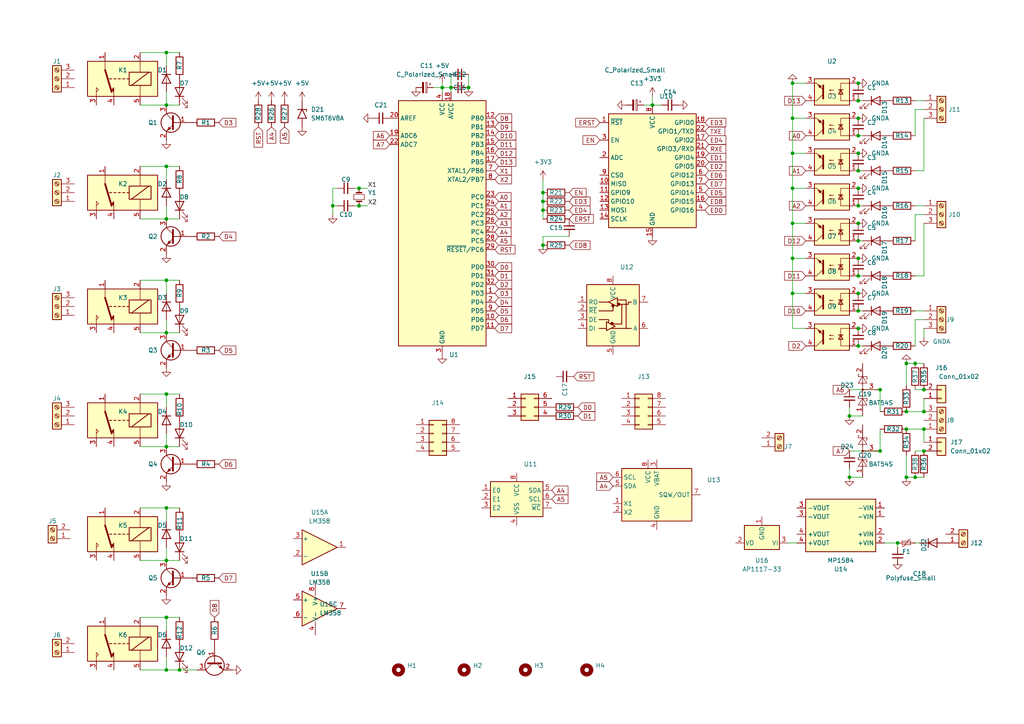
<source format=kicad_sch>
(kicad_sch (version 20211123) (generator eeschema)
  (paper "A4")
  (junction (at 267.97 124.46))
  (junction (at 262.89 124.46))
  (junction (at 267.97 119.38))
  (junction (at 48.26 48.26))
  (junction (at 255.27 113.03))
  (junction (at 52.07 194.31))
  (junction (at 96.52 59.69))
  (junction (at 157.48 71.12))
  (junction (at 48.26 96.52))
  (junction (at 246.38 138.43))
  (junction (at 267.97 130.81))
  (junction (at 135.89 25.4))
  (junction (at 104.14 54.61))
  (junction (at 262.89 138.43))
  (junction (at 229.87 44.45))
  (junction (at 267.97 113.03))
  (junction (at 248.92 100.33))
  (junction (at 48.26 81.28))
  (junction (at 248.92 59.69))
  (junction (at 248.92 80.01))
  (junction (at 262.89 119.38))
  (junction (at 248.92 90.17))
  (junction (at 248.92 95.25))
  (junction (at 48.26 179.07))
  (junction (at 157.48 55.88))
  (junction (at 248.92 64.77))
  (junction (at 248.92 24.13))
  (junction (at 229.87 85.09))
  (junction (at 248.92 74.93))
  (junction (at 262.89 105.41))
  (junction (at 48.26 114.3))
  (junction (at 248.92 54.61))
  (junction (at 248.92 34.29))
  (junction (at 229.87 54.61))
  (junction (at 248.92 85.09))
  (junction (at 189.23 30.48))
  (junction (at 265.43 105.41))
  (junction (at 229.87 64.77))
  (junction (at 48.26 15.24))
  (junction (at 255.27 130.81))
  (junction (at 128.27 25.4))
  (junction (at 104.14 59.69))
  (junction (at 248.92 69.85))
  (junction (at 229.87 24.13))
  (junction (at 260.35 157.48))
  (junction (at 265.43 138.43))
  (junction (at 48.26 63.5))
  (junction (at 130.81 25.4))
  (junction (at 48.26 147.32))
  (junction (at 246.38 120.65))
  (junction (at 48.26 194.31))
  (junction (at 248.92 49.53))
  (junction (at 48.26 129.54))
  (junction (at 48.26 30.48))
  (junction (at 48.26 162.56))
  (junction (at 248.92 39.37))
  (junction (at 248.92 44.45))
  (junction (at 248.92 29.21))
  (junction (at 157.48 60.96))
  (junction (at 229.87 74.93))
  (junction (at 157.48 58.42))
  (junction (at 229.87 34.29))
  (wire (pts (xy 229.87 34.29) (xy 233.68 34.29)))
  (wire (pts (xy 229.87 54.61) (xy 229.87 44.45)))
  (wire (pts (xy 48.26 81.28) (xy 48.26 85.09)))
  (wire (pts (xy 96.52 54.61) (xy 97.79 54.61)))
  (wire (pts (xy 267.97 31.75) (xy 265.43 31.75)))
  (wire (pts (xy 260.35 157.48) (xy 260.35 158.75)))
  (wire (pts (xy 48.26 162.56) (xy 52.07 162.56)))
  (wire (pts (xy 267.97 34.29) (xy 267.97 49.53)))
  (wire (pts (xy 48.26 125.73) (xy 48.26 129.54)))
  (wire (pts (xy 165.1 68.58) (xy 157.48 68.58)))
  (wire (pts (xy 125.73 25.4) (xy 128.27 25.4)))
  (wire (pts (xy 267.97 115.57) (xy 267.97 119.38)))
  (wire (pts (xy 262.89 119.38) (xy 267.97 119.38)))
  (wire (pts (xy 265.43 80.01) (xy 267.97 80.01)))
  (wire (pts (xy 48.26 15.24) (xy 48.26 19.05)))
  (wire (pts (xy 248.92 69.85) (xy 250.19 69.85)))
  (wire (pts (xy 40.64 179.07) (xy 48.26 179.07)))
  (wire (pts (xy 186.69 30.48) (xy 189.23 30.48)))
  (wire (pts (xy 265.43 113.03) (xy 267.97 113.03)))
  (wire (pts (xy 40.64 147.32) (xy 48.26 147.32)))
  (wire (pts (xy 130.81 26.67) (xy 130.81 25.4)))
  (wire (pts (xy 48.26 147.32) (xy 52.07 147.32)))
  (wire (pts (xy 248.92 80.01) (xy 250.19 80.01)))
  (wire (pts (xy 48.26 179.07) (xy 52.07 179.07)))
  (wire (pts (xy 48.26 15.24) (xy 52.07 15.24)))
  (wire (pts (xy 189.23 27.94) (xy 189.23 30.48)))
  (wire (pts (xy 267.97 92.71) (xy 265.43 92.71)))
  (wire (pts (xy 40.64 194.31) (xy 48.26 194.31)))
  (wire (pts (xy 228.6 157.48) (xy 231.14 157.48)))
  (wire (pts (xy 255.27 124.46) (xy 255.27 130.81)))
  (wire (pts (xy 262.89 105.41) (xy 262.89 111.76)))
  (wire (pts (xy 40.64 129.54) (xy 48.26 129.54)))
  (wire (pts (xy 48.26 59.69) (xy 48.26 63.5)))
  (wire (pts (xy 102.87 59.69) (xy 104.14 59.69)))
  (wire (pts (xy 48.26 81.28) (xy 52.07 81.28)))
  (wire (pts (xy 96.52 59.69) (xy 97.79 59.69)))
  (wire (pts (xy 262.89 138.43) (xy 265.43 138.43)))
  (wire (pts (xy 48.26 179.07) (xy 48.26 182.88)))
  (wire (pts (xy 40.64 96.52) (xy 48.26 96.52)))
  (wire (pts (xy 48.26 30.48) (xy 52.07 30.48)))
  (wire (pts (xy 267.97 95.25) (xy 267.97 97.79)))
  (wire (pts (xy 128.27 24.13) (xy 128.27 25.4)))
  (wire (pts (xy 157.48 58.42) (xy 157.48 60.96)))
  (wire (pts (xy 157.48 68.58) (xy 157.48 71.12)))
  (wire (pts (xy 130.81 25.4) (xy 128.27 25.4)))
  (wire (pts (xy 248.92 29.21) (xy 250.19 29.21)))
  (wire (pts (xy 52.07 194.31) (xy 57.15 194.31)))
  (wire (pts (xy 48.26 48.26) (xy 48.26 52.07)))
  (wire (pts (xy 40.64 15.24) (xy 48.26 15.24)))
  (wire (pts (xy 189.23 30.48) (xy 191.77 30.48)))
  (wire (pts (xy 256.54 157.48) (xy 260.35 157.48)))
  (wire (pts (xy 48.26 194.31) (xy 52.07 194.31)))
  (wire (pts (xy 48.26 96.52) (xy 52.07 96.52)))
  (wire (pts (xy 157.48 71.12) (xy 157.48 72.39)))
  (wire (pts (xy 48.26 92.71) (xy 48.26 96.52)))
  (wire (pts (xy 40.64 114.3) (xy 48.26 114.3)))
  (wire (pts (xy 48.26 114.3) (xy 52.07 114.3)))
  (wire (pts (xy 229.87 85.09) (xy 233.68 85.09)))
  (wire (pts (xy 246.38 120.65) (xy 250.19 120.65)))
  (wire (pts (xy 265.43 31.75) (xy 265.43 39.37)))
  (wire (pts (xy 246.38 130.81) (xy 255.27 130.81)))
  (wire (pts (xy 262.89 124.46) (xy 267.97 124.46)))
  (wire (pts (xy 248.92 100.33) (xy 250.19 100.33)))
  (wire (pts (xy 104.14 59.69) (xy 106.68 59.69)))
  (wire (pts (xy 265.43 90.17) (xy 267.97 90.17)))
  (wire (pts (xy 229.87 74.93) (xy 229.87 64.77)))
  (wire (pts (xy 267.97 62.23) (xy 265.43 62.23)))
  (wire (pts (xy 48.26 26.67) (xy 48.26 30.48)))
  (wire (pts (xy 40.64 63.5) (xy 48.26 63.5)))
  (wire (pts (xy 233.68 95.25) (xy 229.87 95.25)))
  (wire (pts (xy 248.92 59.69) (xy 250.19 59.69)))
  (wire (pts (xy 248.92 90.17) (xy 250.19 90.17)))
  (wire (pts (xy 157.48 52.07) (xy 157.48 55.88)))
  (wire (pts (xy 265.43 157.48) (xy 266.7 157.48)))
  (wire (pts (xy 40.64 30.48) (xy 48.26 30.48)))
  (wire (pts (xy 246.38 135.89) (xy 246.38 138.43)))
  (wire (pts (xy 265.43 59.69) (xy 267.97 59.69)))
  (wire (pts (xy 246.38 138.43) (xy 250.19 138.43)))
  (wire (pts (xy 229.87 85.09) (xy 229.87 74.93)))
  (wire (pts (xy 248.92 49.53) (xy 250.19 49.53)))
  (wire (pts (xy 229.87 64.77) (xy 233.68 64.77)))
  (wire (pts (xy 157.48 60.96) (xy 157.48 63.5)))
  (wire (pts (xy 130.81 21.59) (xy 130.81 25.4)))
  (wire (pts (xy 229.87 74.93) (xy 233.68 74.93)))
  (wire (pts (xy 267.97 124.46) (xy 267.97 128.27)))
  (wire (pts (xy 96.52 62.23) (xy 96.52 59.69)))
  (wire (pts (xy 104.14 54.61) (xy 106.68 54.61)))
  (wire (pts (xy 48.26 147.32) (xy 48.26 151.13)))
  (wire (pts (xy 265.43 138.43) (xy 267.97 138.43)))
  (wire (pts (xy 265.43 92.71) (xy 265.43 100.33)))
  (wire (pts (xy 267.97 49.53) (xy 265.43 49.53)))
  (wire (pts (xy 48.26 48.26) (xy 52.07 48.26)))
  (wire (pts (xy 48.26 114.3) (xy 48.26 118.11)))
  (wire (pts (xy 265.43 62.23) (xy 265.43 69.85)))
  (wire (pts (xy 40.64 48.26) (xy 48.26 48.26)))
  (wire (pts (xy 262.89 132.08) (xy 262.89 138.43)))
  (wire (pts (xy 246.38 113.03) (xy 255.27 113.03)))
  (wire (pts (xy 267.97 80.01) (xy 267.97 64.77)))
  (wire (pts (xy 246.38 118.11) (xy 246.38 120.65)))
  (wire (pts (xy 48.26 63.5) (xy 52.07 63.5)))
  (wire (pts (xy 265.43 105.41) (xy 267.97 105.41)))
  (wire (pts (xy 48.26 129.54) (xy 52.07 129.54)))
  (wire (pts (xy 40.64 81.28) (xy 48.26 81.28)))
  (wire (pts (xy 262.89 105.41) (xy 265.43 105.41)))
  (wire (pts (xy 229.87 24.13) (xy 233.68 24.13)))
  (wire (pts (xy 229.87 34.29) (xy 229.87 24.13)))
  (wire (pts (xy 248.92 39.37) (xy 250.19 39.37)))
  (wire (pts (xy 102.87 54.61) (xy 104.14 54.61)))
  (wire (pts (xy 260.35 162.56) (xy 260.35 163.83)))
  (wire (pts (xy 128.27 25.4) (xy 128.27 26.67)))
  (wire (pts (xy 229.87 64.77) (xy 229.87 54.61)))
  (wire (pts (xy 255.27 113.03) (xy 255.27 119.38)))
  (wire (pts (xy 265.43 130.81) (xy 267.97 130.81)))
  (wire (pts (xy 96.52 59.69) (xy 96.52 54.61)))
  (wire (pts (xy 265.43 29.21) (xy 267.97 29.21)))
  (wire (pts (xy 229.87 44.45) (xy 233.68 44.45)))
  (wire (pts (xy 40.64 162.56) (xy 48.26 162.56)))
  (wire (pts (xy 229.87 95.25) (xy 229.87 85.09)))
  (wire (pts (xy 157.48 55.88) (xy 157.48 58.42)))
  (wire (pts (xy 48.26 158.75) (xy 48.26 162.56)))
  (wire (pts (xy 229.87 54.61) (xy 233.68 54.61)))
  (wire (pts (xy 229.87 44.45) (xy 229.87 34.29)))
  (wire (pts (xy 135.89 21.59) (xy 135.89 25.4)))
  (wire (pts (xy 48.26 194.31) (xy 48.26 190.5)))
  (label "X2" (at 106.68 59.69 0))
  (label "X1" (at 106.68 54.61 0))
  (global_label "D1" (shape input) (at 167.64 120.65 0) (property "Intersheet References" "${INTERSHEET_REFS}" (effects hide)))
  (global_label "D8" (shape input) (at 143.51 34.29 0) (property "Intersheet References" "${INTERSHEET_REFS}" (effects hide)))
  (global_label "D6" (shape input) (at 63.5 134.62 0) (property "Intersheet References" "${INTERSHEET_REFS}" (effects hide)))
  (global_label "ED1" (shape input) (at 204.47 45.72 0) (property "Intersheet References" "${INTERSHEET_REFS}" (effects hide)))
  (global_label "D5" (shape input) (at 143.51 90.17 0) (property "Intersheet References" "${INTERSHEET_REFS}" (effects hide)))
  (global_label "D11" (shape input) (at 143.51 41.91 0) (property "Intersheet References" "${INTERSHEET_REFS}" (effects hide)))
  (global_label "X1" (shape input) (at 143.51 49.53 0) (property "Intersheet References" "${INTERSHEET_REFS}" (effects hide)))
  (global_label "A5" (shape input) (at 143.51 69.85 0) (property "Intersheet References" "${INTERSHEET_REFS}" (effects hide)))
  (global_label "D11" (shape input) (at 233.68 80.01 180) (property "Intersheet References" "${INTERSHEET_REFS}" (effects hide)))
  (global_label "D1" (shape input) (at 143.51 80.01 0) (property "Intersheet References" "${INTERSHEET_REFS}" (effects hide)))
  (global_label "RST" (shape input) (at 143.51 72.39 0) (property "Intersheet References" "${INTERSHEET_REFS}" (effects hide)))
  (global_label "ED8" (shape input) (at 165.1 71.12 0) (property "Intersheet References" "${INTERSHEET_REFS}" (effects hide)))
  (global_label "ERST" (shape input) (at 173.99 35.56 180) (property "Intersheet References" "${INTERSHEET_REFS}" (effects hide)))
  (global_label "A0" (shape input) (at 233.68 39.37 180) (property "Intersheet References" "${INTERSHEET_REFS}" (effects hide)))
  (global_label "D2" (shape input) (at 233.68 100.33 180) (property "Intersheet References" "${INTERSHEET_REFS}" (effects hide)))
  (global_label "D9" (shape input) (at 143.51 36.83 0) (property "Intersheet References" "${INTERSHEET_REFS}" (effects hide)))
  (global_label "A1" (shape input) (at 143.51 59.69 0) (property "Intersheet References" "${INTERSHEET_REFS}" (effects hide)))
  (global_label "D13" (shape input) (at 143.51 46.99 0) (property "Intersheet References" "${INTERSHEET_REFS}" (effects hide)))
  (global_label "D2" (shape input) (at 143.51 82.55 0) (property "Intersheet References" "${INTERSHEET_REFS}" (effects hide)))
  (global_label "D0" (shape input) (at 143.51 77.47 0) (property "Intersheet References" "${INTERSHEET_REFS}" (effects hide)))
  (global_label "A6" (shape input) (at 246.38 113.03 180) (property "Intersheet References" "${INTERSHEET_REFS}" (effects hide)))
  (global_label "TXE" (shape input) (at 204.47 38.1 0) (property "Intersheet References" "${INTERSHEET_REFS}" (effects hide)))
  (global_label "ED6" (shape input) (at 204.47 50.8 0) (property "Intersheet References" "${INTERSHEET_REFS}" (effects hide)))
  (global_label "D5" (shape input) (at 63.5 101.6 0) (property "Intersheet References" "${INTERSHEET_REFS}" (effects hide)))
  (global_label "D4" (shape input) (at 143.51 87.63 0) (property "Intersheet References" "${INTERSHEET_REFS}" (effects hide)))
  (global_label "D7" (shape input) (at 63.5 167.64 0) (property "Intersheet References" "${INTERSHEET_REFS}" (effects hide)))
  (global_label "A1" (shape input) (at 233.68 49.53 180) (property "Intersheet References" "${INTERSHEET_REFS}" (effects hide)))
  (global_label "A4" (shape input) (at 177.8 140.97 180) (property "Intersheet References" "${INTERSHEET_REFS}" (effects hide)))
  (global_label "A2" (shape input) (at 233.68 59.69 180) (property "Intersheet References" "${INTERSHEET_REFS}" (effects hide)))
  (global_label "ED4" (shape input) (at 165.1 60.96 0) (property "Intersheet References" "${INTERSHEET_REFS}" (effects hide)))
  (global_label "A4" (shape input) (at 160.02 142.24 0) (property "Intersheet References" "${INTERSHEET_REFS}" (effects hide)))
  (global_label "A7" (shape input) (at 246.38 130.81 180) (property "Intersheet References" "${INTERSHEET_REFS}" (effects hide)))
  (global_label "A6" (shape input) (at 113.03 39.37 180) (property "Intersheet References" "${INTERSHEET_REFS}" (effects hide)))
  (global_label "ED2" (shape input) (at 204.47 48.26 0) (property "Intersheet References" "${INTERSHEET_REFS}" (effects hide)))
  (global_label "D12" (shape input) (at 233.68 69.85 180) (property "Intersheet References" "${INTERSHEET_REFS}" (effects hide)))
  (global_label "D7" (shape input) (at 143.51 95.25 0) (property "Intersheet References" "${INTERSHEET_REFS}" (effects hide)))
  (global_label "D12" (shape input) (at 143.51 44.45 0) (property "Intersheet References" "${INTERSHEET_REFS}" (effects hide)))
  (global_label "D13" (shape input) (at 233.68 29.21 180) (property "Intersheet References" "${INTERSHEET_REFS}" (effects hide)))
  (global_label "A3" (shape input) (at 143.51 64.77 0) (property "Intersheet References" "${INTERSHEET_REFS}" (effects hide)))
  (global_label "D8" (shape input) (at 62.23 179.07 90) (property "Intersheet References" "${INTERSHEET_REFS}" (effects hide)))
  (global_label "RST" (shape input) (at 74.93 36.83 270) (property "Intersheet References" "${INTERSHEET_REFS}" (effects hide)))
  (global_label "D6" (shape input) (at 143.51 92.71 0) (property "Intersheet References" "${INTERSHEET_REFS}" (effects hide)))
  (global_label "A7" (shape input) (at 113.03 41.91 180) (property "Intersheet References" "${INTERSHEET_REFS}" (effects hide)))
  (global_label "EN" (shape input) (at 165.1 55.88 0) (property "Intersheet References" "${INTERSHEET_REFS}" (effects hide)))
  (global_label "A2" (shape input) (at 143.51 62.23 0) (property "Intersheet References" "${INTERSHEET_REFS}" (effects hide)))
  (global_label "ED7" (shape input) (at 204.47 53.34 0) (property "Intersheet References" "${INTERSHEET_REFS}" (effects hide)))
  (global_label "ED3" (shape input) (at 165.1 58.42 0) (property "Intersheet References" "${INTERSHEET_REFS}" (effects hide)))
  (global_label "D3" (shape input) (at 63.5 35.56 0) (property "Intersheet References" "${INTERSHEET_REFS}" (effects hide)))
  (global_label "ED8" (shape input) (at 204.47 58.42 0) (property "Intersheet References" "${INTERSHEET_REFS}" (effects hide)))
  (global_label "X2" (shape input) (at 143.51 52.07 0) (property "Intersheet References" "${INTERSHEET_REFS}" (effects hide)))
  (global_label "D0" (shape input) (at 167.64 118.11 0) (property "Intersheet References" "${INTERSHEET_REFS}" (effects hide)))
  (global_label "D10" (shape input) (at 233.68 90.17 180) (property "Intersheet References" "${INTERSHEET_REFS}" (effects hide)))
  (global_label "A5" (shape input) (at 160.02 144.78 0) (property "Intersheet References" "${INTERSHEET_REFS}" (effects hide)))
  (global_label "ED3" (shape input) (at 204.47 35.56 0) (property "Intersheet References" "${INTERSHEET_REFS}" (effects hide)))
  (global_label "A4" (shape input) (at 78.74 36.83 270) (property "Intersheet References" "${INTERSHEET_REFS}" (effects hide)))
  (global_label "RXE" (shape input) (at 204.47 43.18 0) (property "Intersheet References" "${INTERSHEET_REFS}" (effects hide)))
  (global_label "D3" (shape input) (at 143.51 85.09 0) (property "Intersheet References" "${INTERSHEET_REFS}" (effects hide)))
  (global_label "A0" (shape input) (at 143.51 57.15 0) (property "Intersheet References" "${INTERSHEET_REFS}" (effects hide)))
  (global_label "ED0" (shape input) (at 204.47 60.96 0) (property "Intersheet References" "${INTERSHEET_REFS}" (effects hide)))
  (global_label "A5" (shape input) (at 82.55 36.83 270) (property "Intersheet References" "${INTERSHEET_REFS}" (effects hide)))
  (global_label "ED5" (shape input) (at 204.47 55.88 0) (property "Intersheet References" "${INTERSHEET_REFS}" (effects hide)))
  (global_label "A4" (shape input) (at 143.51 67.31 0) (property "Intersheet References" "${INTERSHEET_REFS}" (effects hide)))
  (global_label "EN" (shape input) (at 173.99 40.64 180) (property "Intersheet References" "${INTERSHEET_REFS}" (effects hide)))
  (global_label "A5" (shape input) (at 177.8 138.43 180) (property "Intersheet References" "${INTERSHEET_REFS}" (effects hide)))
  (global_label "ERST" (shape input) (at 165.1 63.5 0) (property "Intersheet References" "${INTERSHEET_REFS}" (effects hide)))
  (global_label "D4" (shape input) (at 63.5 68.58 0) (property "Intersheet References" "${INTERSHEET_REFS}" (effects hide)))
  (global_label "RST" (shape input) (at 166.37 109.22 0) (property "Intersheet References" "${INTERSHEET_REFS}" (effects hide)))
  (global_label "ED4" (shape input) (at 204.47 40.64 0) (property "Intersheet References" "${INTERSHEET_REFS}" (effects hide)))
  (global_label "D10" (shape input) (at 143.51 39.37 0) (property "Intersheet References" "${INTERSHEET_REFS}" (effects hide)))
  (symbol (lib_id "Device:R") (at 52.07 52.07 180) (unit 1)
    (property "Reference" "R8" (at 52.07 53.34 90) (effects (justify right)))
    (property "Value" "R" (effects hide))
    (property "Footprint" "Resistor_SMD:R_0805_2012Metric" (effects hide))
  )
  (symbol (lib_id "Device:C_Small") (at 248.92 57.15 0) (unit 1)
    (property "Reference" "C4" (at 251.46 55.8862 0) (effects (justify left)))
    (property "Value" "C_Small" (effects hide))
    (property "Footprint" "Capacitor_SMD:C_0805_2012Metric" (effects hide))
  )
  (symbol (lib_id "Connector:Screw_Terminal_01x02") (at 16.51 189.23 180) (unit 1)
    (property "Reference" "J6" (at 16.51 184.15 0))
    (property "Value" "Screw_Terminal_01x02" (effects hide))
    (property "Footprint" "TerminalBlock_Phoenix:TerminalBlock_Phoenix_MKDS-1,5-2_1x02_P5.00mm_Horizontal" (effects hide))
  )
  (symbol (lib_id "power:+5V") (at 74.93 29.21 0) (unit 1)
    (property "Reference" "#PWR0129" (effects hide))
    (property "Value" "+5V" (at 74.93 24.13 0))
  )
  (symbol (lib_id "Device:R") (at 261.62 29.21 90) (unit 1)
    (property "Reference" "R13" (at 261.62 29.21 90))
    (property "Value" "R" (effects hide))
    (property "Footprint" "Resistor_SMD:R_0805_2012Metric" (effects hide))
  )
  (symbol (lib_id "Device:LED") (at 52.07 125.73 90) (unit 1)
    (property "Reference" "D10" (at 52.07 123.19 90) (effects (justify right)))
    (property "Value" "LED" (effects hide))
    (property "Footprint" "LED_SMD:LED_0805_2012Metric" (effects hide))
  )
  (symbol (lib_id "Device:C_Small") (at 246.38 115.57 0) (unit 1)
    (property "Reference" "C19" (at 248.92 114.3062 0) (effects (justify left)))
    (property "Value" "C_Small" (effects hide))
    (property "Footprint" "Capacitor_SMD:C_0805_2012Metric" (effects hide))
  )
  (symbol (lib_id "Relay:SANYOU_SRD_Form_C") (at 35.56 88.9 180) (unit 1)
    (property "Reference" "K3" (at 34.29 86.36 0) (effects (justify right)))
    (property "Value" "SANYOU_SRD_Form_C" (effects hide))
    (property "Footprint" "Relay_THT:Relay_SPDT_SANYOU_SRD_Series_Form_C" (effects hide))
    (property "Datasheet" "http://www.sanyourelay.ca/public/products/pdf/SRD.pdf" (effects hide))
  )
  (symbol (lib_id "Device:LED") (at 52.07 158.75 90) (unit 1)
    (property "Reference" "D11" (at 52.07 156.21 90) (effects (justify right)))
    (property "Value" "LED" (effects hide))
    (property "Footprint" "LED_SMD:LED_0805_2012Metric" (effects hide))
  )
  (symbol (lib_id "Connector:Screw_Terminal_01x02") (at 15.24 156.21 180) (unit 1)
    (property "Reference" "J5" (at 15.24 151.13 0))
    (property "Value" "Screw_Terminal_01x02" (effects hide))
    (property "Footprint" "TerminalBlock_Phoenix:TerminalBlock_Phoenix_MKDS-1,5-2_1x02_P5.00mm_Horizontal" (effects hide))
  )
  (symbol (lib_id "power:GNDA") (at 248.92 95.25 90) (unit 1)
    (property "Reference" "#PWR0118" (effects hide))
    (property "Value" "GNDA" (at 252.73 95.2499 90) (effects (justify right)))
  )
  (symbol (lib_id "power:GND") (at 260.35 162.56 0) (unit 1)
    (property "Reference" "#PWR0130" (effects hide))
    (property "Value" "GND" (effects hide))
  )
  (symbol (lib_id "Relay:SANYOU_SRD_Form_C") (at 35.56 154.94 180) (unit 1)
    (property "Reference" "K5" (at 34.29 152.4 0) (effects (justify right)))
    (property "Value" "SANYOU_SRD_Form_C" (effects hide))
    (property "Footprint" "Relay_THT:Relay_SPDT_SANYOU_SRD_Series_Form_C" (effects hide))
    (property "Datasheet" "http://www.sanyourelay.ca/public/products/pdf/SRD.pdf" (effects hide))
  )
  (symbol (lib_id "power:+3.3V") (at 189.23 27.94 0) (unit 1)
    (property "Reference" "#PWR0115" (effects hide))
    (property "Value" "+3.3V" (at 189.23 22.86 0))
  )
  (symbol (lib_id "power:GNDA") (at 248.92 64.77 90) (unit 1)
    (property "Reference" "#PWR0123" (effects hide))
    (property "Value" "GNDA" (at 252.73 64.7699 90) (effects (justify right)))
  )
  (symbol (lib_id "power:GND") (at 48.26 106.68 0) (unit 1)
    (property "Reference" "#PWR0101" (effects hide))
    (property "Value" "GND" (effects hide))
  )
  (symbol (lib_id "power:GND") (at 135.89 25.4 0) (unit 1)
    (property "Reference" "#PWR0110" (effects hide))
    (property "Value" "GND" (effects hide))
  )
  (symbol (lib_id "power:GNDA") (at 248.92 54.61 90) (unit 1)
    (property "Reference" "#PWR0124" (effects hide))
    (property "Value" "GNDA" (at 252.73 54.6099 90) (effects (justify right)))
  )
  (symbol (lib_id "Device:LED") (at 254 39.37 0) (unit 1)
    (property "Reference" "D14" (at 256.54 39.37 90) (effects (justify right)))
    (property "Value" "LED" (effects hide))
    (property "Footprint" "LED_SMD:LED_0805_2012Metric" (effects hide))
  )
  (symbol (lib_id "Device:C_Small") (at 110.49 34.29 90) (unit 1)
    (property "Reference" "C21" (at 110.4963 30.48 90))
    (property "Value" "100nF" (effects hide))
    (property "Footprint" "Capacitor_SMD:C_0805_2012Metric" (effects hide))
  )
  (symbol (lib_id "Device:C_Small") (at 100.33 59.69 90) (unit 1)
    (property "Reference" "C10" (at 100.33 62.23 90))
    (property "Value" "C_Small" (effects hide))
    (property "Footprint" "Capacitor_SMD:C_0805_2012Metric" (effects hide))
  )
  (symbol (lib_id "power:GND") (at 120.65 25.4 0) (unit 1)
    (property "Reference" "#PWR0111" (effects hide))
    (property "Value" "GND" (effects hide))
  )
  (symbol (lib_id "Device:C_Small") (at 248.92 77.47 0) (unit 1)
    (property "Reference" "C6" (at 251.46 76.2062 0) (effects (justify left)))
    (property "Value" "C_Small" (effects hide))
    (property "Footprint" "Capacitor_SMD:C_0805_2012Metric" (effects hide))
  )
  (symbol (lib_id "Isolator:LTV-817S") (at 241.3 57.15 180) (unit 1)
    (property "Reference" "U5" (at 241.3 48.26 0))
    (property "Value" "LTV-817S" (effects hide))
    (property "Footprint" "Package_DIP:SMDIP-4_W9.53mm" (effects hide))
    (property "Datasheet" "http://www.us.liteon.com/downloads/LTV-817-827-847.PDF" (effects hide))
  )
  (symbol (lib_id "Device:LED") (at 254 69.85 0) (unit 1)
    (property "Reference" "D17" (at 256.54 69.85 90) (effects (justify right)))
    (property "Value" "LED" (effects hide))
    (property "Footprint" "LED_SMD:LED_0805_2012Metric" (effects hide))
  )
  (symbol (lib_id "Device:R") (at 163.83 118.11 270) (unit 1)
    (property "Reference" "R29" (at 163.83 118.11 90))
    (property "Value" "R" (effects hide))
    (property "Footprint" "Resistor_SMD:R_0805_2012Metric" (effects hide))
  )
  (symbol (lib_id "Device:C_Small") (at 100.33 54.61 90) (unit 1)
    (property "Reference" "C9" (at 100.33 52.07 90))
    (property "Value" "C_Small" (effects hide))
    (property "Footprint" "Capacitor_SMD:C_0805_2012Metric" (effects hide))
  )
  (symbol (lib_id "Device:LED") (at 254 59.69 0) (unit 1)
    (property "Reference" "D16" (at 256.54 59.69 90) (effects (justify right)))
    (property "Value" "LED" (effects hide))
    (property "Footprint" "LED_SMD:LED_0805_2012Metric" (effects hide))
  )
  (symbol (lib_id "Device:R") (at 261.62 69.85 90) (unit 1)
    (property "Reference" "R17" (at 261.62 69.85 90))
    (property "Value" "R" (effects hide))
    (property "Footprint" "Resistor_SMD:R_0805_2012Metric" (effects hide))
  )
  (symbol (lib_id "Device:R") (at 261.62 59.69 90) (unit 1)
    (property "Reference" "R16" (at 261.62 59.69 90))
    (property "Value" "R" (effects hide))
    (property "Footprint" "Resistor_SMD:R_0805_2012Metric" (effects hide))
  )
  (symbol (lib_id "Relay:SANYOU_SRD_Form_C") (at 35.56 22.86 180) (unit 1)
    (property "Reference" "K1" (at 34.29 20.32 0) (effects (justify right)))
    (property "Value" "SANYOU_SRD_Form_C" (effects hide))
    (property "Footprint" "Relay_THT:Relay_SPDT_SANYOU_SRD_Series_Form_C" (effects hide))
    (property "Datasheet" "http://www.sanyourelay.ca/public/products/pdf/SRD.pdf" (effects hide))
  )
  (symbol (lib_id "Isolator:LTV-817S") (at 241.3 36.83 180) (unit 1)
    (property "Reference" "U3" (at 241.3 27.94 0))
    (property "Value" "LTV-817S" (effects hide))
    (property "Footprint" "Package_DIP:SMDIP-4_W9.53mm" (effects hide))
    (property "Datasheet" "http://www.us.liteon.com/downloads/LTV-817-827-847.PDF" (effects hide))
  )
  (symbol (lib_id "power:GND") (at 229.87 24.13 180) (unit 1)
    (property "Reference" "#PWR0109" (effects hide))
    (property "Value" "GND" (effects hide))
  )
  (symbol (lib_id "power:GND") (at 262.89 105.41 180) (unit 1)
    (property "Reference" "#PWR04" (effects hide))
    (property "Value" "GND" (effects hide))
  )
  (symbol (lib_id "Connector:Screw_Terminal_01x02") (at 226.06 129.54 0) (mirror x) (unit 1)
    (property "Reference" "J7" (at 228.6 129.54 0))
    (property "Value" "Screw_Terminal_01x02" (effects hide))
    (property "Footprint" "TerminalBlock_Phoenix:TerminalBlock_Phoenix_MKDS-1,5-2_1x02_P5.00mm_Horizontal" (effects hide))
  )
  (symbol (lib_id "Diode:SM4007") (at 48.26 22.86 270) (unit 1)
    (property "Reference" "D1" (at 45.72 20.32 90) (effects (justify left)))
    (property "Value" "SM4007" (effects hide))
    (property "Footprint" "Diode_SMD:D_MELF" (effects hide))
    (property "Datasheet" "http://cdn-reichelt.de/documents/datenblatt/A400/SMD1N400%23DIO.pdf" (effects hide))
  )
  (symbol (lib_id "Isolator:LTV-817S") (at 241.3 77.47 180) (unit 1)
    (property "Reference" "U7" (at 241.3 68.58 0))
    (property "Value" "LTV-817S" (effects hide))
    (property "Footprint" "Package_DIP:SMDIP-4_W9.53mm" (effects hide))
    (property "Datasheet" "http://www.us.liteon.com/downloads/LTV-817-827-847.PDF" (effects hide))
  )
  (symbol (lib_id "Device:C_Small") (at 248.92 87.63 0) (unit 1)
    (property "Reference" "C7" (at 251.46 86.3662 0) (effects (justify left)))
    (property "Value" "C_Small" (effects hide))
    (property "Footprint" "Capacitor_SMD:C_0805_2012Metric" (effects hide))
  )
  (symbol (lib_id "Device:R") (at 259.08 124.46 90) (unit 1)
    (property "Reference" "R32" (at 259.08 124.46 90))
    (property "Value" "R" (effects hide))
    (property "Footprint" "Resistor_SMD:R_0805_2012Metric" (effects hide))
  )
  (symbol (lib_id "Device:R") (at 59.69 35.56 90) (unit 1)
    (property "Reference" "R1" (at 59.69 35.56 90))
    (property "Value" "R" (effects hide))
    (property "Footprint" "Resistor_SMD:R_0805_2012Metric" (effects hide))
  )
  (symbol (lib_id "power:GND") (at 262.89 138.43 0) (unit 1)
    (property "Reference" "#PWR05" (effects hide))
    (property "Value" "GND" (effects hide))
  )
  (symbol (lib_id "Device:C_Small") (at 248.92 46.99 0) (unit 1)
    (property "Reference" "C3" (at 251.46 45.7262 0) (effects (justify left)))
    (property "Value" "C_Small" (effects hide))
    (property "Footprint" "Capacitor_SMD:C_0805_2012Metric" (effects hide))
  )
  (symbol (lib_id "power:GND") (at 181.61 30.48 270) (unit 1)
    (property "Reference" "#PWR0114" (effects hide))
    (property "Value" "GND" (effects hide))
  )
  (symbol (lib_id "RF_Module:ESP-12E") (at 189.23 50.8 0) (unit 1)
    (property "Reference" "U10" (at 191.2494 27.94 0) (effects (justify left)))
    (property "Value" "ESP-12E" (effects hide))
    (property "Footprint" "RF_Module:ESP-12E" (effects hide))
    (property "Datasheet" "http://wiki.ai-thinker.com/_media/esp8266/esp8266_series_modules_user_manual_v1.1.pdf" (effects hide))
  )
  (symbol (lib_id "Device:LED") (at 254 29.21 0) (unit 1)
    (property "Reference" "D13" (at 256.54 29.21 90) (effects (justify right)))
    (property "Value" "LED" (effects hide))
    (property "Footprint" "LED_SMD:LED_0805_2012Metric" (effects hide))
  )
  (symbol (lib_id "Transistor_BJT:MMBT3904") (at 50.8 167.64 0) (mirror y) (unit 1)
    (property "Reference" "Q5" (at 45.72 167.64 0) (effects (justify left)))
    (property "Value" "MMBT3904" (effects hide))
    (property "Footprint" "Package_TO_SOT_SMD:SOT-23" (effects hide))
    (property "Datasheet" "https://www.onsemi.com/pub/Collateral/2N3903-D.PDF" (effects hide))
  )
  (symbol (lib_id "Device:R") (at 82.55 33.02 180) (unit 1)
    (property "Reference" "R27" (at 82.55 33.02 90))
    (property "Value" "R" (effects hide))
    (property "Footprint" "Resistor_SMD:R_0805_2012Metric" (effects hide))
  )
  (symbol (lib_id "power:GNDA") (at 267.97 97.79 0) (unit 1)
    (property "Reference" "#PWR0126" (effects hide))
    (property "Value" "GNDA" (at 270.51 99.0599 0) (effects (justify left)))
  )
  (symbol (lib_id "power:GND") (at 67.31 194.31 90) (unit 1)
    (property "Reference" "#PWR0104" (effects hide))
    (property "Value" "GND" (effects hide))
  )
  (symbol (lib_id "Device:R") (at 52.07 19.05 180) (unit 1)
    (property "Reference" "R7" (at 52.07 20.32 90) (effects (justify right)))
    (property "Value" "R" (effects hide))
    (property "Footprint" "Resistor_SMD:R_0805_2012Metric" (effects hide))
  )
  (symbol (lib_id "power:GND") (at 48.26 172.72 0) (unit 1)
    (property "Reference" "#PWR0103" (effects hide))
    (property "Value" "GND" (effects hide))
  )
  (symbol (lib_id "Device:R") (at 259.08 119.38 90) (unit 1)
    (property "Reference" "R31" (at 259.08 119.38 90))
    (property "Value" "R" (effects hide))
    (property "Footprint" "Resistor_SMD:R_0805_2012Metric" (effects hide))
  )
  (symbol (lib_id "Device:C_Small") (at 163.83 109.22 90) (unit 1)
    (property "Reference" "C17" (at 163.83 113.03 0))
    (property "Value" "100nF" (effects hide))
    (property "Footprint" "Capacitor_SMD:C_0805_2012Metric" (effects hide))
  )
  (symbol (lib_id "Device:R") (at 59.69 101.6 90) (unit 1)
    (property "Reference" "R3" (at 59.69 101.6 90))
    (property "Value" "R" (effects hide))
    (property "Footprint" "Resistor_SMD:R_0805_2012Metric" (effects hide))
  )
  (symbol (lib_id "Device:R") (at 161.29 63.5 90) (unit 1)
    (property "Reference" "R24" (at 161.29 63.5 90))
    (property "Value" "R" (effects hide))
    (property "Footprint" "Resistor_SMD:R_0805_2012Metric" (effects hide))
  )
  (symbol (lib_id "Device:R") (at 265.43 134.62 180) (unit 1)
    (property "Reference" "R38" (at 265.43 134.62 90))
    (property "Value" "R" (effects hide))
    (property "Footprint" "Resistor_THT:R_Axial_DIN0204_L3.6mm_D1.6mm_P7.62mm_Horizontal" (effects hide))
  )
  (symbol (lib_id "Device:R") (at 62.23 182.88 180) (unit 1)
    (property "Reference" "R6" (at 62.23 182.88 90))
    (property "Value" "R" (effects hide))
    (property "Footprint" "Resistor_SMD:R_0805_2012Metric" (effects hide))
  )
  (symbol (lib_id "power:GNDA") (at 248.92 24.13 90) (unit 1)
    (property "Reference" "#PWR0122" (effects hide))
    (property "Value" "GNDA" (at 252.73 24.1299 90) (effects (justify right)))
  )
  (symbol (lib_id "Device:C_Small") (at 246.38 133.35 0) (unit 1)
    (property "Reference" "C20" (at 248.92 132.0862 0) (effects (justify left)))
    (property "Value" "C_Small" (effects hide))
    (property "Footprint" "Capacitor_SMD:C_0805_2012Metric" (effects hide))
  )
  (symbol (lib_id "Device:LED") (at 52.07 190.5 90) (unit 1)
    (property "Reference" "D12" (at 52.07 187.96 90) (effects (justify right)))
    (property "Value" "LED" (effects hide))
    (property "Footprint" "LED_SMD:LED_0805_2012Metric" (effects hide))
  )
  (symbol (lib_id "power:GND") (at 48.26 139.7 0) (unit 1)
    (property "Reference" "#PWR0102" (effects hide))
    (property "Value" "GND" (effects hide))
  )
  (symbol (lib_id "Interface_UART:ST485EBDR") (at 177.8 90.17 0) (unit 1)
    (property "Reference" "U12" (at 179.8194 77.47 0) (effects (justify left)))
    (property "Value" "ST485EBDR" (effects hide))
    (property "Footprint" "Package_SO:SOIC-8_3.9x4.9mm_P1.27mm" (effects hide))
    (property "Datasheet" "http://www.st.com/resource/en/datasheet/st485eb.pdf" (effects hide))
  )
  (symbol (lib_id "Device:R") (at 265.43 109.22 180) (unit 1)
    (property "Reference" "R37" (at 265.43 109.22 90))
    (property "Value" "R" (effects hide))
    (property "Footprint" "Resistor_THT:R_Axial_DIN0204_L3.6mm_D1.6mm_P7.62mm_Horizontal" (effects hide))
  )
  (symbol (lib_id "power:+5V") (at 128.27 24.13 0) (unit 1)
    (property "Reference" "#PWR0107" (effects hide))
    (property "Value" "+5V" (at 128.27 19.05 0))
  )
  (symbol (lib_id "Device:C_Small") (at 248.92 36.83 0) (unit 1)
    (property "Reference" "C2" (at 251.46 35.5662 0) (effects (justify left)))
    (property "Value" "C_Small" (effects hide))
    (property "Footprint" "Capacitor_SMD:C_0805_2012Metric" (effects hide))
  )
  (symbol (lib_id "Connector:Screw_Terminal_01x03") (at 273.05 31.75 0) (unit 1)
    (property "Reference" "J11" (at 276.86 31.75 0))
    (property "Value" "Screw_Terminal_01x03" (effects hide))
    (property "Footprint" "TerminalBlock_Phoenix:TerminalBlock_Phoenix_MKDS-1,5-3-5.08_1x03_P5.08mm_Horizontal" (effects hide))
  )
  (symbol (lib_id "Diode:SM4007") (at 48.26 88.9 270) (unit 1)
    (property "Reference" "D3" (at 45.72 86.36 90) (effects (justify left)))
    (property "Value" "SM4007" (effects hide))
    (property "Footprint" "Diode_SMD:D_MELF" (effects hide))
    (property "Datasheet" "http://cdn-reichelt.de/documents/datenblatt/A400/SMD1N400%23DIO.pdf" (effects hide))
  )
  (symbol (lib_id "Device:R") (at 161.29 58.42 90) (unit 1)
    (property "Reference" "R22" (at 161.29 58.42 90))
    (property "Value" "R" (effects hide))
    (property "Footprint" "Resistor_SMD:R_0805_2012Metric" (effects hide))
  )
  (symbol (lib_id "Diode:SM4007") (at 48.26 55.88 270) (unit 1)
    (property "Reference" "D2" (at 45.72 53.34 90) (effects (justify left)))
    (property "Value" "SM4007" (effects hide))
    (property "Footprint" "Diode_SMD:D_MELF" (effects hide))
    (property "Datasheet" "http://cdn-reichelt.de/documents/datenblatt/A400/SMD1N400%23DIO.pdf" (effects hide))
  )
  (symbol (lib_id "power:GNDA") (at 248.92 44.45 90) (unit 1)
    (property "Reference" "#PWR0125" (effects hide))
    (property "Value" "GNDA" (at 252.73 44.4499 90) (effects (justify right)))
  )
  (symbol (lib_id "Mechanical:MountingHole") (at 170.18 194.31 0) (unit 1)
    (property "Reference" "H4" (at 172.72 193.0399 0) (effects (justify left)))
    (property "Value" "MountingHole" (effects hide))
    (property "Footprint" "MountingHole:MountingHole_3.2mm_M3" (effects hide))
  )
  (symbol (lib_id "Device:LED") (at 254 49.53 0) (unit 1)
    (property "Reference" "D15" (at 256.54 49.53 90) (effects (justify right)))
    (property "Value" "LED" (effects hide))
    (property "Footprint" "LED_SMD:LED_0805_2012Metric" (effects hide))
  )
  (symbol (lib_id "Device:R") (at 261.62 90.17 90) (unit 1)
    (property "Reference" "R19" (at 261.62 90.17 90))
    (property "Value" "R" (effects hide))
    (property "Footprint" "Resistor_SMD:R_0805_2012Metric" (effects hide))
  )
  (symbol (lib_id "power:GND") (at 246.38 138.43 0) (unit 1)
    (property "Reference" "#PWR07" (effects hide))
    (property "Value" "GND" (effects hide))
  )
  (symbol (lib_id "Transistor_BJT:MMBT3904") (at 50.8 134.62 0) (mirror y) (unit 1)
    (property "Reference" "Q4" (at 45.72 134.62 0) (effects (justify left)))
    (property "Value" "MMBT3904" (effects hide))
    (property "Footprint" "Package_TO_SOT_SMD:SOT-23" (effects hide))
    (property "Datasheet" "https://www.onsemi.com/pub/Collateral/2N3903-D.PDF" (effects hide))
  )
  (symbol (lib_id "Device:C_Small") (at 133.35 21.59 270) (unit 1)
    (property "Reference" "C16" (at 133.3437 25.4 90))
    (property "Value" "100nF" (effects hide))
    (property "Footprint" "Capacitor_SMD:C_0805_2012Metric" (effects hide))
  )
  (symbol (lib_id "power:GND") (at 107.95 34.29 270) (unit 1)
    (property "Reference" "#PWR08" (effects hide))
    (property "Value" "GND" (effects hide))
  )
  (symbol (lib_id "Device:R") (at 52.07 85.09 180) (unit 1)
    (property "Reference" "R9" (at 52.07 86.36 90) (effects (justify right)))
    (property "Value" "R" (effects hide))
    (property "Footprint" "Resistor_SMD:R_0805_2012Metric" (effects hide))
  )
  (symbol (lib_id "Device:C_Small") (at 165.1 66.04 0) (unit 1)
    (property "Reference" "C15" (at 161.29 66.04 0))
    (property "Value" "100nF" (effects hide))
    (property "Footprint" "Capacitor_SMD:C_0805_2012Metric" (effects hide))
  )
  (symbol (lib_id "Device:R") (at 59.69 134.62 90) (unit 1)
    (property "Reference" "R4" (at 59.69 134.62 90))
    (property "Value" "R" (effects hide))
    (property "Footprint" "Resistor_SMD:R_0805_2012Metric" (effects hide))
  )
  (symbol (lib_id "Device:Polyfuse_Small") (at 262.89 157.48 90) (unit 1)
    (property "Reference" "F1" (at 262.89 160.02 90))
    (property "Value" "Polyfuse_Small" (at 264.16 167.64 90))
    (property "Footprint" "Fuse:Fuse_0805_2012Metric" (effects hide))
  )
  (symbol (lib_id "power:GND") (at 157.48 71.12 0) (unit 1)
    (property "Reference" "#PWR03" (effects hide))
    (property "Value" "GND" (effects hide))
  )
  (symbol (lib_id "Diode:SM4007") (at 48.26 186.69 270) (unit 1)
    (property "Reference" "D6" (at 45.72 184.15 90) (effects (justify left)))
    (property "Value" "SM4007" (effects hide))
    (property "Footprint" "Diode_SMD:D_MELF" (effects hide))
    (property "Datasheet" "http://cdn-reichelt.de/documents/datenblatt/A400/SMD1N400%23DIO.pdf" (effects hide))
  )
  (symbol (lib_id "Connector_Generic:Conn_02x04_Counter_Clockwise") (at 185.42 118.11 0) (unit 1)
    (property "Reference" "J13" (at 186.69 109.22 0))
    (property "Value" "Conn_02x04_Counter_Clockwise" (effects hide))
    (property "Footprint" "Connector_IDC:IDC-Header_2x04_P2.54mm_Vertical" (effects hide))
  )
  (symbol (lib_id "Device:R") (at 161.29 60.96 90) (unit 1)
    (property "Reference" "R23" (at 161.29 60.96 90))
    (property "Value" "R" (effects hide))
    (property "Footprint" "Resistor_SMD:R_0805_2012Metric" (effects hide))
  )
  (symbol (lib_id "Isolator:LTV-817S") (at 241.3 67.31 180) (unit 1)
    (property "Reference" "U6" (at 241.3 58.42 0))
    (property "Value" "LTV-817S" (effects hide))
    (property "Footprint" "Package_DIP:SMDIP-4_W9.53mm" (effects hide))
    (property "Datasheet" "http://www.us.liteon.com/downloads/LTV-817-827-847.PDF" (effects hide))
  )
  (symbol (lib_id "power:GND") (at 96.52 62.23 0) (unit 1)
    (property "Reference" "#PWR01" (effects hide))
    (property "Value" "GND" (effects hide))
  )
  (symbol (lib_id "power:+5V") (at 82.55 29.21 0) (unit 1)
    (property "Reference" "#PWR0127" (effects hide))
    (property "Value" "+5V" (at 82.55 24.13 0))
  )
  (symbol (lib_id "Amplifier_Operational:LM358") (at 92.71 158.75 0) (unit 1)
    (property "Reference" "U15" (at 92.71 148.59 0))
    (property "Value" "LM358" (at 92.71 151.13 0))
    (property "Datasheet" "http://www.ti.com/lit/ds/symlink/lm2904-n.pdf" (effects hide))
  )
  (symbol (lib_id "Connector:Screw_Terminal_01x03") (at 273.05 121.92 0) (mirror x) (unit 1)
    (property "Reference" "J8" (at 275.59 121.92 0))
    (property "Value" "Screw_Terminal_01x03" (effects hide))
    (property "Footprint" "TerminalBlock_Phoenix:TerminalBlock_Phoenix_MKDS-1,5-3-5.08_1x03_P5.08mm_Horizontal" (effects hide))
  )
  (symbol (lib_id "Connector:Screw_Terminal_01x03") (at 16.51 55.88 180) (unit 1)
    (property "Reference" "J2" (at 16.51 50.8 0))
    (property "Value" "Screw_Terminal_01x03" (effects hide))
    (property "Footprint" "TerminalBlock_Phoenix:TerminalBlock_Phoenix_MKDS-1,5-3-5.08_1x03_P5.08mm_Horizontal" (effects hide))
  )
  (symbol (lib_id "Device:R") (at 74.93 33.02 180) (unit 1)
    (property "Reference" "R28" (at 74.93 33.02 90))
    (property "Value" "R" (effects hide))
    (property "Footprint" "Resistor_SMD:R_0805_2012Metric" (effects hide))
  )
  (symbol (lib_id "Mechanical:MountingHole") (at 152.4 194.31 0) (unit 1)
    (property "Reference" "H3" (at 154.94 193.0399 0) (effects (justify left)))
    (property "Value" "MountingHole" (effects hide))
    (property "Footprint" "MountingHole:MountingHole_3.2mm_M3" (effects hide))
  )
  (symbol (lib_id "Mechanical:MountingHole") (at 115.57 194.31 0) (unit 1)
    (property "Reference" "H1" (at 118.11 193.0399 0) (effects (justify left)))
    (property "Value" "MountingHole" (effects hide))
    (property "Footprint" "MountingHole:MountingHole_3.2mm_M3" (effects hide))
  )
  (symbol (lib_id "Connector_Generic:Conn_02x03_Counter_Clockwise") (at 152.4 118.11 0) (unit 1)
    (property "Reference" "J15" (at 153.67 109.22 0))
    (property "Value" "Conn_02x03_Counter_Clockwise" (effects hide))
    (property "Footprint" "Connector_IDC:IDC-Header_2x03_P2.54mm_Vertical" (effects hide))
  )
  (symbol (lib_id "power:GND") (at 48.26 40.64 0) (unit 1)
    (property "Reference" "#PWR0105" (effects hide))
    (property "Value" "GND" (effects hide))
  )
  (symbol (lib_id "power:GND") (at 87.63 36.83 0) (unit 1)
    (property "Reference" "#PWR0117" (effects hide))
    (property "Value" "GND" (effects hide))
  )
  (symbol (lib_id "Device:R") (at 52.07 151.13 180) (unit 1)
    (property "Reference" "R11" (at 52.07 153.67 90) (effects (justify right)))
    (property "Value" "R" (effects hide))
    (property "Footprint" "Resistor_SMD:R_0805_2012Metric" (effects hide))
  )
  (symbol (lib_id "Device:R") (at 262.89 115.57 180) (unit 1)
    (property "Reference" "R33" (at 262.89 115.57 90))
    (property "Value" "R" (effects hide))
    (property "Footprint" "Resistor_SMD:R_0805_2012Metric" (effects hide))
  )
  (symbol (lib_id "Device:LED") (at 52.07 92.71 90) (unit 1)
    (property "Reference" "D9" (at 52.07 90.17 90) (effects (justify right)))
    (property "Value" "LED" (effects hide))
    (property "Footprint" "LED_SMD:LED_0805_2012Metric" (effects hide))
  )
  (symbol (lib_id "Isolator:LTV-817S") (at 241.3 46.99 180) (unit 1)
    (property "Reference" "U4" (at 241.3 38.1 0))
    (property "Value" "LTV-817S" (effects hide))
    (property "Footprint" "Package_DIP:SMDIP-4_W9.53mm" (effects hide))
    (property "Datasheet" "http://www.us.liteon.com/downloads/LTV-817-827-847.PDF" (effects hide))
  )
  (symbol (lib_id "Amplifier_Operational:LM358") (at 93.98 176.53 0) (unit 3)
    (property "Reference" "U15" (at 92.71 175.2599 0) (effects (justify left)))
    (property "Value" "LM358" (at 92.71 177.7999 0) (effects (justify left)))
    (property "Datasheet" "http://www.ti.com/lit/ds/symlink/lm2904-n.pdf" (effects hide))
  )
  (symbol (lib_id "Isolator:LTV-817S") (at 241.3 87.63 180) (unit 1)
    (property "Reference" "U8" (at 241.3 78.74 0))
    (property "Value" "LTV-817S" (effects hide))
    (property "Footprint" "Package_DIP:SMDIP-4_W9.53mm" (effects hide))
    (property "Datasheet" "http://www.us.liteon.com/downloads/LTV-817-827-847.PDF" (effects hide))
  )
  (symbol (lib_id "power:GND") (at 196.85 30.48 90) (unit 1)
    (property "Reference" "#PWR0113" (effects hide))
    (property "Value" "GND" (effects hide))
  )
  (symbol (lib_id "Device:R") (at 59.69 68.58 90) (unit 1)
    (property "Reference" "R2" (at 59.69 68.58 90))
    (property "Value" "R" (effects hide))
    (property "Footprint" "Resistor_SMD:R_0805_2012Metric" (effects hide))
  )
  (symbol (lib_id "Device:C_Small") (at 194.31 30.48 90) (unit 1)
    (property "Reference" "C14" (at 194.3163 26.67 90))
    (property "Value" "100nF" (effects hide))
    (property "Footprint" "Capacitor_SMD:C_0805_2012Metric" (effects hide))
  )
  (symbol (lib_id "Diode:SM4007") (at 48.26 121.92 270) (unit 1)
    (property "Reference" "D4" (at 45.72 119.38 90) (effects (justify left)))
    (property "Value" "SM4007" (effects hide))
    (property "Footprint" "Diode_SMD:D_MELF" (effects hide))
    (property "Datasheet" "http://cdn-reichelt.de/documents/datenblatt/A400/SMD1N400%23DIO.pdf" (effects hide))
  )
  (symbol (lib_id "Device:LED") (at 254 100.33 0) (unit 1)
    (property "Reference" "D20" (at 256.54 100.33 90) (effects (justify right)))
    (property "Value" "LED" (effects hide))
    (property "Footprint" "LED_SMD:LED_0805_2012Metric" (effects hide))
  )
  (symbol (lib_id "Connector:Screw_Terminal_01x03") (at 273.05 92.71 0) (unit 1)
    (property "Reference" "J9" (at 275.59 92.71 0))
    (property "Value" "Screw_Terminal_01x03" (effects hide))
    (property "Footprint" "TerminalBlock_Phoenix:TerminalBlock_Phoenix_MKDS-1,5-3-5.08_1x03_P5.08mm_Horizontal" (effects hide))
  )
  (symbol (lib_id "Device:R") (at 262.89 128.27 180) (unit 1)
    (property "Reference" "R34" (at 262.89 128.27 90))
    (property "Value" "R" (effects hide))
    (property "Footprint" "Resistor_SMD:R_0805_2012Metric" (effects hide))
  )
  (symbol (lib_id "power:+5V") (at 87.63 29.21 0) (unit 1)
    (property "Reference" "#PWR0116" (effects hide))
    (property "Value" "+5V" (at 87.63 24.13 0))
  )
  (symbol (lib_id "Regulator_Switching:CRE1S0305S3C") (at 243.84 152.4 180) (unit 1)
    (property "Reference" "U14" (at 243.84 165.1 0))
    (property "Value" "MP1584" (at 243.84 162.56 0))
    (property "Footprint" "MP1584_MODUL:SRT_MPT1584EN_Module" (effects hide))
  )
  (symbol (lib_id "Transistor_BJT:MMBT3904") (at 50.8 101.6 0) (mirror y) (unit 1)
    (property "Reference" "Q3" (at 45.72 101.6 0) (effects (justify left)))
    (property "Value" "MMBT3904" (effects hide))
    (property "Footprint" "Package_TO_SOT_SMD:SOT-23" (effects hide))
    (property "Datasheet" "https://www.onsemi.com/pub/Collateral/2N3903-D.PDF" (effects hide))
  )
  (symbol (lib_id "Diode:BAT54S") (at 250.19 130.81 90) (unit 1)
    (property "Reference" "D24" (at 247.65 129.5399 90) (effects (justify left)))
    (property "Value" "BAT54S" (at 259.08 134.62 90) (effects (justify left)))
    (property "Footprint" "Package_TO_SOT_SMD:SOT-23" (effects hide))
    (property "Datasheet" "https://www.diodes.com/assets/Datasheets/ds11005.pdf" (effects hide))
  )
  (symbol (lib_id "Device:R") (at 267.97 109.22 180) (unit 1)
    (property "Reference" "R35" (at 267.97 109.22 90))
    (property "Value" "R" (effects hide))
    (property "Footprint" "Resistor_SMD:R_0805_2012Metric" (effects hide))
  )
  (symbol (lib_id "Device:LED") (at 52.07 26.67 90) (unit 1)
    (property "Reference" "D7" (at 52.07 24.13 90) (effects (justify right)))
    (property "Value" "LED" (effects hide))
    (property "Footprint" "LED_SMD:LED_0805_2012Metric" (effects hide))
  )
  (symbol (lib_id "Transistor_BJT:MMBT3904") (at 62.23 191.77 90) (mirror x) (unit 1)
    (property "Reference" "Q6" (at 59.69 189.23 90) (effects (justify left)))
    (property "Value" "MMBT3904" (effects hide))
    (property "Footprint" "Package_TO_SOT_SMD:SOT-23" (effects hide))
    (property "Datasheet" "https://www.onsemi.com/pub/Collateral/2N3903-D.PDF" (effects hide))
  )
  (symbol (lib_id "Regulator_Linear:AP1117-33") (at 220.98 157.48 180) (unit 1)
    (property "Reference" "U16" (at 220.98 162.56 0))
    (property "Value" "AP1117-33" (at 220.98 165.1 0))
    (property "Footprint" "Package_TO_SOT_SMD:SOT-223-3_TabPin2" (effects hide))
    (property "Datasheet" "http://www.diodes.com/datasheets/AP1117.pdf" (effects hide))
  )
  (symbol (lib_id "power:GNDA") (at 248.92 74.93 90) (unit 1)
    (property "Reference" "#PWR0120" (effects hide))
    (property "Value" "GNDA" (at 252.73 74.9299 90) (effects (justify right)))
  )
  (symbol (lib_id "Connector:Screw_Terminal_01x03") (at 16.51 88.9 180) (unit 1)
    (property "Reference" "J3" (at 16.51 83.82 0))
    (property "Value" "Screw_Terminal_01x03" (effects hide))
    (property "Footprint" "TerminalBlock_Phoenix:TerminalBlock_Phoenix_MKDS-1,5-3-5.08_1x03_P5.08mm_Horizontal" (effects hide))
  )
  (symbol (lib_id "Relay:SANYOU_SRD_Form_C") (at 35.56 186.69 180) (unit 1)
    (property "Reference" "K6" (at 34.29 184.15 0) (effects (justify right)))
    (property "Value" "SANYOU_SRD_Form_C" (effects hide))
    (property "Footprint" "Relay_THT:Relay_SPDT_SANYOU_SRD_Series_Form_C" (effects hide))
    (property "Datasheet" "http://www.sanyourelay.ca/public/products/pdf/SRD.pdf" (effects hide))
  )
  (symbol (lib_id "power:GND") (at 246.38 120.65 0) (unit 1)
    (property "Reference" "#PWR06" (effects hide))
    (property "Value" "GND" (effects hide))
  )
  (symbol (lib_id "Connector_Generic:Conn_02x04_Counter_Clockwise") (at 125.73 125.73 0) (unit 1)
    (property "Reference" "J14" (at 127 116.84 0))
    (property "Value" "Conn_02x04_Counter_Clockwise" (effects hide))
    (property "Footprint" "Connector_IDC:IDC-Header_2x04_P2.54mm_Vertical" (effects hide))
  )
  (symbol (lib_id "Amplifier_Operational:LM358") (at 92.71 176.53 0) (unit 2)
    (property "Reference" "U15" (at 92.71 166.37 0))
    (property "Value" "LM358" (at 92.71 168.91 0))
    (property "Footprint" "Package_SO:SOIC-8_3.9x4.9mm_P1.27mm" (effects hide))
    (property "Datasheet" "http://www.ti.com/lit/ds/symlink/lm2904-n.pdf" (effects hide))
  )
  (symbol (lib_id "Device:R") (at 261.62 80.01 90) (unit 1)
    (property "Reference" "R18" (at 261.62 80.01 90))
    (property "Value" "R" (effects hide))
    (property "Footprint" "Resistor_SMD:R_0805_2012Metric" (effects hide))
  )
  (symbol (lib_id "Diode:SM4007") (at 270.51 157.48 0) (unit 1)
    (property "Reference" "D22" (at 267.97 160.02 90) (effects (justify left)))
    (property "Value" "SM4007" (effects hide))
    (property "Footprint" "Diode_SMD:D_MELF" (effects hide))
    (property "Datasheet" "http://cdn-reichelt.de/documents/datenblatt/A400/SMD1N400%23DIO.pdf" (effects hide))
  )
  (symbol (lib_id "Diode:SM6T6V8A") (at 87.63 33.02 270) (unit 1)
    (property "Reference" "D21" (at 90.17 31.7499 90) (effects (justify left)))
    (property "Value" "SM6T6V8A" (at 90.17 34.2899 90) (effects (justify left)))
    (property "Footprint" "Diode_SMD:D_SMB" (effects hide))
    (property "Datasheet" "https://www.st.com/resource/en/datasheet/sm6t.pdf" (effects hide))
  )
  (symbol (lib_id "Mechanical:MountingHole") (at 134.62 194.31 0) (unit 1)
    (property "Reference" "H2" (at 137.16 193.0399 0) (effects (justify left)))
    (property "Value" "MountingHole" (effects hide))
    (property "Footprint" "MountingHole:MountingHole_3.2mm_M3" (effects hide))
  )
  (symbol (lib_id "Device:Crystal_Small") (at 104.14 57.15 90) (unit 1)
    (property "Reference" "Y1" (at 106.68 55.8799 90) (effects (justify right)))
    (property "Value" "Crystal_Small" (effects hide))
    (property "Footprint" "Crystal:Crystal_SMD_HC49-SD" (effects hide))
  )
  (symbol (lib_id "Device:R") (at 52.07 118.11 180) (unit 1)
    (property "Reference" "R10" (at 52.07 120.65 90) (effects (justify right)))
    (property "Value" "R" (effects hide))
    (property "Footprint" "Resistor_SMD:R_0805_2012Metric" (effects hide))
  )
  (symbol (lib_id "Connector:Screw_Terminal_01x03") (at 16.51 120.65 180) (unit 1)
    (property "Reference" "J4" (at 16.51 115.57 0))
    (property "Value" "Screw_Terminal_01x03" (effects hide))
    (property "Footprint" "TerminalBlock_Phoenix:TerminalBlock_Phoenix_MKDS-1,5-3-5.08_1x03_P5.08mm_Horizontal" (effects hide))
  )
  (symbol (lib_id "Isolator:LTV-817S") (at 241.3 26.67 180) (unit 1)
    (property "Reference" "U2" (at 241.3 17.78 0))
    (property "Value" "LTV-817S" (effects hide))
    (property "Footprint" "Package_DIP:SMDIP-4_W9.53mm" (effects hide))
    (property "Datasheet" "http://www.us.liteon.com/downloads/LTV-817-827-847.PDF" (effects hide))
  )
  (symbol (lib_id "Device:C_Small") (at 248.92 26.67 0) (unit 1)
    (property "Reference" "C1" (at 251.46 25.4062 0) (effects (justify left)))
    (property "Value" "C_Small" (effects hide))
    (property "Footprint" "Capacitor_SMD:C_0805_2012Metric" (effects hide))
  )
  (symbol (lib_id "Device:R") (at 161.29 55.88 90) (unit 1)
    (property "Reference" "R21" (at 161.29 55.88 90))
    (property "Value" "R" (effects hide))
    (property "Footprint" "Resistor_SMD:R_0805_2012Metric" (effects hide))
  )
  (symbol (lib_id "Device:R") (at 261.62 39.37 90) (unit 1)
    (property "Reference" "R14" (at 261.62 39.37 90))
    (property "Value" "R" (effects hide))
    (property "Footprint" "Resistor_SMD:R_0805_2012Metric" (effects hide))
  )
  (symbol (lib_id "Connector:Screw_Terminal_01x03") (at 16.51 22.86 180) (unit 1)
    (property "Reference" "J1" (at 16.51 17.78 0))
    (property "Value" "Screw_Terminal_01x03" (effects hide))
    (property "Footprint" "TerminalBlock_Phoenix:TerminalBlock_Phoenix_MKDS-1,5-3-5.08_1x03_P5.08mm_Horizontal" (effects hide))
  )
  (symbol (lib_id "Relay:SANYOU_SRD_Form_C") (at 35.56 121.92 180) (unit 1)
    (property "Reference" "K4" (at 34.29 119.38 0) (effects (justify right)))
    (property "Value" "SANYOU_SRD_Form_C" (effects hide))
    (property "Footprint" "Relay_THT:Relay_SPDT_SANYOU_SRD_Series_Form_C" (effects hide))
    (property "Datasheet" "http://www.sanyourelay.ca/public/products/pdf/SRD.pdf" (effects hide))
  )
  (symbol (lib_id "Connector:Screw_Terminal_01x03") (at 273.05 62.23 0) (unit 1)
    (property "Reference" "J10" (at 276.86 62.23 0))
    (property "Value" "Screw_Terminal_01x03" (effects hide))
    (property "Footprint" "TerminalBlock_Phoenix:TerminalBlock_Phoenix_MKDS-1,5-3-5.08_1x03_P5.08mm_Horizontal" (effects hide))
  )
  (symbol (lib_id "Device:R") (at 267.97 134.62 180) (unit 1)
    (property "Reference" "R36" (at 267.97 134.62 90))
    (property "Value" "R" (effects hide))
    (property "Footprint" "Resistor_SMD:R_0805_2012Metric" (effects hide))
  )
  (symbol (lib_id "power:GND") (at 48.26 73.66 0) (unit 1)
    (property "Reference" "#PWR0106" (effects hide))
    (property "Value" "GND" (effects hide))
  )
  (symbol (lib_id "Device:R") (at 261.62 100.33 90) (unit 1)
    (property "Reference" "R20" (at 261.62 100.33 90))
    (property "Value" "R" (effects hide))
    (property "Footprint" "Resistor_SMD:R_0805_2012Metric" (effects hide))
  )
  (symbol (lib_id "Device:C_Small") (at 260.35 161.29 180) (unit 1)
    (property "Reference" "C18" (at 266.7 166.37 0))
    (property "Value" "100nF" (effects hide))
    (property "Footprint" "Capacitor_SMD:C_0805_2012Metric" (effects hide))
  )
  (symbol (lib_id "Isolator:LTV-817S") (at 241.3 97.79 180) (unit 1)
    (property "Reference" "U9" (at 241.3 88.9 0))
    (property "Value" "LTV-817S" (effects hide))
    (property "Footprint" "Package_DIP:SMDIP-4_W9.53mm" (effects hide))
    (property "Datasheet" "http://www.us.liteon.com/downloads/LTV-817-827-847.PDF" (effects hide))
  )
  (symbol (lib_id "Timer_RTC:DS1307Z+") (at 190.5 143.51 0) (unit 1)
    (property "Reference" "U13" (at 207.01 139.1793 0))
    (property "Value" "DS1307Z+" (effects hide))
    (property "Footprint" "Package_SO:SOIC-8_3.9x4.9mm_P1.27mm" (effects hide))
    (property "Datasheet" "https://datasheets.maximintegrated.com/en/ds/DS1307.pdf" (effects hide))
  )
  (symbol (lib_id "Memory_EEPROM:M24C02-RMN") (at 149.86 144.78 0) (unit 1)
    (property "Reference" "U11" (at 151.8794 134.62 0) (effects (justify left)))
    (property "Value" "M24C02-RMN" (effects hide))
    (property "Footprint" "Package_SO:SOIC-8_3.9x4.9mm_P1.27mm" (effects hide))
    (property "Datasheet" "http://www.st.com/content/ccc/resource/technical/document/datasheet/b0/d8/50/40/5a/85/49/6f/DM00071904.pdf/files/DM00071904.pdf/jcr:content/translations/en.DM00071904.pdf" (effects hide))
  )
  (symbol (lib_id "Device:LED") (at 254 90.17 0) (unit 1)
    (property "Reference" "D19" (at 256.54 90.17 90) (effects (justify right)))
    (property "Value" "LED" (effects hide))
    (property "Footprint" "LED_SMD:LED_0805_2012Metric" (effects hide))
  )
  (symbol (lib_id "power:GNDA") (at 248.92 85.09 90) (unit 1)
    (property "Reference" "#PWR0119" (effects hide))
    (property "Value" "GNDA" (at 252.73 85.0899 90) (effects (justify right)))
  )
  (symbol (lib_id "Device:C_Polarized_Small") (at 123.19 25.4 270) (unit 1)
    (property "Reference" "C11" (at 123.7361 19.05 90))
    (property "Value" "C_Polarized_Small" (at 123.7361 21.59 90))
    (property "Footprint" "Capacitor_SMD:CP_Elec_4x3.9" (effects hide))
  )
  (symbol (lib_id "Device:R") (at 78.74 33.02 180) (unit 1)
    (property "Reference" "R26" (at 78.74 33.02 90))
    (property "Value" "R" (effects hide))
    (property "Footprint" "Resistor_SMD:R_0805_2012Metric" (effects hide))
  )
  (symbol (lib_id "Device:C_Small") (at 248.92 97.79 0) (unit 1)
    (property "Reference" "C8" (at 251.46 96.5262 0) (effects (justify left)))
    (property "Value" "C_Small" (effects hide))
    (property "Footprint" "Capacitor_SMD:C_0805_2012Metric" (effects hide))
  )
  (symbol (lib_id "Device:R") (at 261.62 49.53 90) (unit 1)
    (property "Reference" "R15" (at 261.62 49.53 90))
    (property "Value" "R" (effects hide))
    (property "Footprint" "Resistor_SMD:R_0805_2012Metric" (effects hide))
  )
  (symbol (lib_id "Connector_Generic:Conn_01x02") (at 273.05 115.57 0) (mirror x) (unit 1)
    (property "Reference" "J16" (at 273.05 106.68 0))
    (property "Value" "Conn_01x02" (at 278.13 109.22 0))
    (property "Footprint" "Connector_PinHeader_2.54mm:PinHeader_1x02_P2.54mm_Vertical" (effects hide))
  )
  (symbol (lib_id "power:+5V") (at 78.74 29.21 0) (unit 1)
    (property "Reference" "#PWR0128" (effects hide))
    (property "Value" "+5V" (at 78.74 24.13 0))
  )
  (symbol (lib_id "Diode:SM4007") (at 48.26 154.94 270) (unit 1)
    (property "Reference" "D5" (at 45.72 152.4 90) (effects (justify left)))
    (property "Value" "SM4007" (effects hide))
    (property "Footprint" "Diode_SMD:D_MELF" (effects hide))
    (property "Datasheet" "http://cdn-reichelt.de/documents/datenblatt/A400/SMD1N400%23DIO.pdf" (effects hide))
  )
  (symbol (lib_id "Device:C_Small") (at 248.92 67.31 0) (unit 1)
    (property "Reference" "C5" (at 251.46 66.0462 0) (effects (justify left)))
    (property "Value" "C_Small" (effects hide))
    (property "Footprint" "Capacitor_SMD:C_0805_2012Metric" (effects hide))
  )
  (symbol (lib_id "Device:LED") (at 254 80.01 0) (unit 1)
    (property "Reference" "D18" (at 256.54 80.01 90) (effects (justify right)))
    (property "Value" "LED" (effects hide))
    (property "Footprint" "LED_SMD:LED_0805_2012Metric" (effects hide))
  )
  (symbol (lib_id "Transistor_BJT:MMBT3904") (at 50.8 35.56 0) (mirror y) (unit 1)
    (property "Reference" "Q1" (at 45.72 35.56 0) (effects (justify left)))
    (property "Value" "MMBT3904" (effects hide))
    (property "Footprint" "Package_TO_SOT_SMD:SOT-23" (effects hide))
    (property "Datasheet" "https://www.onsemi.com/pub/Collateral/2N3903-D.PDF" (effects hide))
  )
  (symbol (lib_id "Device:R") (at 59.69 167.64 90) (unit 1)
    (property "Reference" "R5" (at 59.69 167.64 90))
    (property "Value" "R" (effects hide))
    (property "Footprint" "Resistor_SMD:R_0805_2012Metric" (effects hide))
  )
  (symbol (lib_id "Device:R") (at 161.29 71.12 270) (unit 1)
    (property "Reference" "R25" (at 161.29 71.12 90))
    (property "Value" "R" (effects hide))
    (property "Footprint" "Resistor_SMD:R_0805_2012Metric" (effects hide))
  )
  (symbol (lib_id "Device:C_Polarized_Small") (at 184.15 30.48 270) (unit 1)
    (property "Reference" "C13" (at 184.6961 24.13 90))
    (property "Value" "C_Polarized_Small" (at 184.15 20.32 90))
    (property "Footprint" "Capacitor_SMD:CP_Elec_4x3.9" (effects hide))
  )
  (symbol (lib_id "Device:C_Small") (at 133.35 25.4 90) (unit 1)
    (property "Reference" "C12" (at 133.3563 21.59 90))
    (property "Value" "100nF" (effects hide))
    (property "Footprint" "Capacitor_SMD:C_0805_2012Metric" (effects hide))
  )
  (symbol (lib_id "Relay:SANYOU_SRD_Form_C") (at 35.56 55.88 180) (unit 1)
    (property "Reference" "K2" (at 34.29 53.34 0) (effects (justify right)))
    (property "Value" "SANYOU_SRD_Form_C" (effects hide))
    (property "Footprint" "Relay_THT:Relay_SPDT_SANYOU_SRD_Series_Form_C" (effects hide))
    (property "Datasheet" "http://www.sanyourelay.ca/public/products/pdf/SRD.pdf" (effects hide))
  )
  (symbol (lib_id "Device:LED") (at 52.07 59.69 90) (unit 1)
    (property "Reference" "D8" (at 52.07 57.15 90) (effects (justify right)))
    (property "Value" "LED" (effects hide))
    (property "Footprint" "LED_SMD:LED_0805_2012Metric" (effects hide))
  )
  (symbol (lib_id "Connector:Screw_Terminal_01x02") (at 279.4 157.48 0) (mirror x) (unit 1)
    (property "Reference" "J12" (at 283.21 157.48 0))
    (property "Value" "Screw_Terminal_01x02" (effects hide))
    (property "Footprint" "TerminalBlock_Phoenix:TerminalBlock_Phoenix_MKDS-1,5-2_1x02_P5.00mm_Horizontal" (effects hide))
  )
  (symbol (lib_id "Transistor_BJT:MMBT3904") (at 50.8 68.58 0) (mirror y) (unit 1)
    (property "Reference" "Q2" (at 45.72 68.58 0) (effects (justify left)))
    (property "Value" "MMBT3904" (effects hide))
    (property "Footprint" "Package_TO_SOT_SMD:SOT-23" (effects hide))
    (property "Datasheet" "https://www.onsemi.com/pub/Collateral/2N3903-D.PDF" (effects hide))
  )
  (symbol (lib_id "power:GND") (at 189.23 68.58 0) (unit 1)
    (property "Reference" "#PWR0112" (effects hide))
    (property "Value" "GND" (effects hide))
  )
  (symbol (lib_id "Device:R") (at 163.83 120.65 270) (unit 1)
    (property "Reference" "R30" (at 163.83 120.65 90))
    (property "Value" "R" (effects hide))
    (property "Footprint" "Resistor_SMD:R_0805_2012Metric" (effects hide))
  )
  (symbol (lib_id "power:GNDA") (at 248.92 34.29 90) (unit 1)
    (property "Reference" "#PWR0121" (effects hide))
    (property "Value" "GNDA" (at 252.73 34.2899 90) (effects (justify right)))
  )
  (symbol (lib_id "Connector_Generic:Conn_01x02") (at 273.05 128.27 0) (unit 1)
    (property "Reference" "J17" (at 275.59 128.2699 0) (effects (justify left)))
    (property "Value" "Conn_01x02" (at 275.59 130.8099 0) (effects (justify left)))
    (property "Footprint" "Connector_PinHeader_2.54mm:PinHeader_1x02_P2.54mm_Vertical" (effects hide))
  )
  (symbol (lib_id "MCU_Microchip_ATmega:ATmega328P-A") (at 128.27 64.77 0) (unit 1)
    (property "Reference" "U1" (at 130.2894 102.87 0) (effects (justify left)))
    (property "Value" "ATmega328P-A" (effects hide))
    (property "Footprint" "Package_QFP:TQFP-32_7x7mm_P0.8mm" (effects hide))
    (property "Datasheet" "http://ww1.microchip.com/downloads/en/DeviceDoc/ATmega328_P%20AVR%20MCU%20with%20picoPower%20Technology%20Data%20Sheet%2040001984A.pdf" (effects hide))
  )
  (symbol (lib_id "Device:R") (at 52.07 182.88 180) (unit 1)
    (property "Reference" "R12" (at 52.07 185.42 90) (effects (justify right)))
    (property "Value" "R" (effects hide))
    (property "Footprint" "Resistor_SMD:R_0805_2012Metric" (effects hide))
  )
  (symbol (lib_id "power:+3.3V") (at 157.48 52.07 0) (unit 1)
    (property "Reference" "#PWR02" (effects hide))
    (property "Value" "+3.3V" (at 157.48 46.99 0))
  )
  (symbol (lib_id "power:GND") (at 128.27 102.87 0) (unit 1)
    (property "Reference" "#PWR0108" (effects hide))
    (property "Value" "GND" (effects hide))
  )
  (symbol (lib_id "Diode:BAT54S") (at 250.19 113.03 90) (unit 1)
    (property "Reference" "D23" (at 247.65 111.7599 90) (effects (justify left)))
    (property "Value" "BAT54S" (at 259.08 116.84 90) (effects (justify left)))
    (property "Footprint" "Package_TO_SOT_SMD:SOT-23" (effects hide))
    (property "Datasheet" "https://www.diodes.com/assets/Datasheets/ds11005.pdf" (effects hide))
  )
)
</source>
